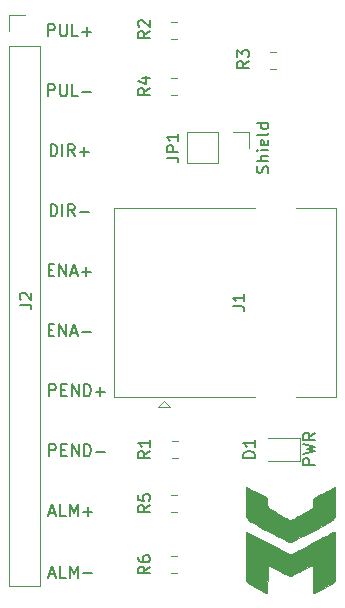
<source format=gto>
%TF.GenerationSoftware,KiCad,Pcbnew,(5.1.6)-1*%
%TF.CreationDate,2020-07-09T15:12:23-03:00*%
%TF.ProjectId,driver-breakout-module,64726976-6572-42d6-9272-65616b6f7574,rev?*%
%TF.SameCoordinates,Original*%
%TF.FileFunction,Legend,Top*%
%TF.FilePolarity,Positive*%
%FSLAX46Y46*%
G04 Gerber Fmt 4.6, Leading zero omitted, Abs format (unit mm)*
G04 Created by KiCad (PCBNEW (5.1.6)-1) date 2020-07-09 15:12:23*
%MOMM*%
%LPD*%
G01*
G04 APERTURE LIST*
%ADD10C,0.150000*%
%ADD11C,0.120000*%
%ADD12C,0.010000*%
G04 APERTURE END LIST*
D10*
X128722666Y-129325666D02*
X129198857Y-129325666D01*
X128627428Y-129611380D02*
X128960761Y-128611380D01*
X129294095Y-129611380D01*
X130103619Y-129611380D02*
X129627428Y-129611380D01*
X129627428Y-128611380D01*
X130436952Y-129611380D02*
X130436952Y-128611380D01*
X130770285Y-129325666D01*
X131103619Y-128611380D01*
X131103619Y-129611380D01*
X131579809Y-129230428D02*
X132341714Y-129230428D01*
X128722666Y-124118666D02*
X129198857Y-124118666D01*
X128627428Y-124404380D02*
X128960761Y-123404380D01*
X129294095Y-124404380D01*
X130103619Y-124404380D02*
X129627428Y-124404380D01*
X129627428Y-123404380D01*
X130436952Y-124404380D02*
X130436952Y-123404380D01*
X130770285Y-124118666D01*
X131103619Y-123404380D01*
X131103619Y-124404380D01*
X131579809Y-124023428D02*
X132341714Y-124023428D01*
X131960761Y-124404380D02*
X131960761Y-123642476D01*
X128706857Y-119324380D02*
X128706857Y-118324380D01*
X129087809Y-118324380D01*
X129183047Y-118372000D01*
X129230666Y-118419619D01*
X129278285Y-118514857D01*
X129278285Y-118657714D01*
X129230666Y-118752952D01*
X129183047Y-118800571D01*
X129087809Y-118848190D01*
X128706857Y-118848190D01*
X129706857Y-118800571D02*
X130040190Y-118800571D01*
X130183047Y-119324380D02*
X129706857Y-119324380D01*
X129706857Y-118324380D01*
X130183047Y-118324380D01*
X130611619Y-119324380D02*
X130611619Y-118324380D01*
X131183047Y-119324380D01*
X131183047Y-118324380D01*
X131659238Y-119324380D02*
X131659238Y-118324380D01*
X131897333Y-118324380D01*
X132040190Y-118372000D01*
X132135428Y-118467238D01*
X132183047Y-118562476D01*
X132230666Y-118752952D01*
X132230666Y-118895809D01*
X132183047Y-119086285D01*
X132135428Y-119181523D01*
X132040190Y-119276761D01*
X131897333Y-119324380D01*
X131659238Y-119324380D01*
X132659238Y-118943428D02*
X133421142Y-118943428D01*
X128706857Y-114244380D02*
X128706857Y-113244380D01*
X129087809Y-113244380D01*
X129183047Y-113292000D01*
X129230666Y-113339619D01*
X129278285Y-113434857D01*
X129278285Y-113577714D01*
X129230666Y-113672952D01*
X129183047Y-113720571D01*
X129087809Y-113768190D01*
X128706857Y-113768190D01*
X129706857Y-113720571D02*
X130040190Y-113720571D01*
X130183047Y-114244380D02*
X129706857Y-114244380D01*
X129706857Y-113244380D01*
X130183047Y-113244380D01*
X130611619Y-114244380D02*
X130611619Y-113244380D01*
X131183047Y-114244380D01*
X131183047Y-113244380D01*
X131659238Y-114244380D02*
X131659238Y-113244380D01*
X131897333Y-113244380D01*
X132040190Y-113292000D01*
X132135428Y-113387238D01*
X132183047Y-113482476D01*
X132230666Y-113672952D01*
X132230666Y-113815809D01*
X132183047Y-114006285D01*
X132135428Y-114101523D01*
X132040190Y-114196761D01*
X131897333Y-114244380D01*
X131659238Y-114244380D01*
X132659238Y-113863428D02*
X133421142Y-113863428D01*
X133040190Y-114244380D02*
X133040190Y-113482476D01*
X151201380Y-120078333D02*
X150201380Y-120078333D01*
X150201380Y-119697380D01*
X150249000Y-119602142D01*
X150296619Y-119554523D01*
X150391857Y-119506904D01*
X150534714Y-119506904D01*
X150629952Y-119554523D01*
X150677571Y-119602142D01*
X150725190Y-119697380D01*
X150725190Y-120078333D01*
X150201380Y-119173571D02*
X151201380Y-118935476D01*
X150487095Y-118745000D01*
X151201380Y-118554523D01*
X150201380Y-118316428D01*
X151201380Y-117364047D02*
X150725190Y-117697380D01*
X151201380Y-117935476D02*
X150201380Y-117935476D01*
X150201380Y-117554523D01*
X150249000Y-117459285D01*
X150296619Y-117411666D01*
X150391857Y-117364047D01*
X150534714Y-117364047D01*
X150629952Y-117411666D01*
X150677571Y-117459285D01*
X150725190Y-117554523D01*
X150725190Y-117935476D01*
X147216761Y-95337047D02*
X147264380Y-95194190D01*
X147264380Y-94956095D01*
X147216761Y-94860857D01*
X147169142Y-94813238D01*
X147073904Y-94765619D01*
X146978666Y-94765619D01*
X146883428Y-94813238D01*
X146835809Y-94860857D01*
X146788190Y-94956095D01*
X146740571Y-95146571D01*
X146692952Y-95241809D01*
X146645333Y-95289428D01*
X146550095Y-95337047D01*
X146454857Y-95337047D01*
X146359619Y-95289428D01*
X146312000Y-95241809D01*
X146264380Y-95146571D01*
X146264380Y-94908476D01*
X146312000Y-94765619D01*
X147264380Y-94337047D02*
X146264380Y-94337047D01*
X147264380Y-93908476D02*
X146740571Y-93908476D01*
X146645333Y-93956095D01*
X146597714Y-94051333D01*
X146597714Y-94194190D01*
X146645333Y-94289428D01*
X146692952Y-94337047D01*
X147264380Y-93432285D02*
X146597714Y-93432285D01*
X146264380Y-93432285D02*
X146312000Y-93479904D01*
X146359619Y-93432285D01*
X146312000Y-93384666D01*
X146264380Y-93432285D01*
X146359619Y-93432285D01*
X147216761Y-92575142D02*
X147264380Y-92670380D01*
X147264380Y-92860857D01*
X147216761Y-92956095D01*
X147121523Y-93003714D01*
X146740571Y-93003714D01*
X146645333Y-92956095D01*
X146597714Y-92860857D01*
X146597714Y-92670380D01*
X146645333Y-92575142D01*
X146740571Y-92527523D01*
X146835809Y-92527523D01*
X146931047Y-93003714D01*
X147264380Y-91956095D02*
X147216761Y-92051333D01*
X147121523Y-92098952D01*
X146264380Y-92098952D01*
X147264380Y-91146571D02*
X146264380Y-91146571D01*
X147216761Y-91146571D02*
X147264380Y-91241809D01*
X147264380Y-91432285D01*
X147216761Y-91527523D01*
X147169142Y-91575142D01*
X147073904Y-91622761D01*
X146788190Y-91622761D01*
X146692952Y-91575142D01*
X146645333Y-91527523D01*
X146597714Y-91432285D01*
X146597714Y-91241809D01*
X146645333Y-91146571D01*
X128643285Y-108640571D02*
X128976619Y-108640571D01*
X129119476Y-109164380D02*
X128643285Y-109164380D01*
X128643285Y-108164380D01*
X129119476Y-108164380D01*
X129548047Y-109164380D02*
X129548047Y-108164380D01*
X130119476Y-109164380D01*
X130119476Y-108164380D01*
X130548047Y-108878666D02*
X131024238Y-108878666D01*
X130452809Y-109164380D02*
X130786142Y-108164380D01*
X131119476Y-109164380D01*
X131452809Y-108783428D02*
X132214714Y-108783428D01*
X128643285Y-103560571D02*
X128976619Y-103560571D01*
X129119476Y-104084380D02*
X128643285Y-104084380D01*
X128643285Y-103084380D01*
X129119476Y-103084380D01*
X129548047Y-104084380D02*
X129548047Y-103084380D01*
X130119476Y-104084380D01*
X130119476Y-103084380D01*
X130548047Y-103798666D02*
X131024238Y-103798666D01*
X130452809Y-104084380D02*
X130786142Y-103084380D01*
X131119476Y-104084380D01*
X131452809Y-103703428D02*
X132214714Y-103703428D01*
X131833761Y-104084380D02*
X131833761Y-103322476D01*
X128809952Y-99004380D02*
X128809952Y-98004380D01*
X129048047Y-98004380D01*
X129190904Y-98052000D01*
X129286142Y-98147238D01*
X129333761Y-98242476D01*
X129381380Y-98432952D01*
X129381380Y-98575809D01*
X129333761Y-98766285D01*
X129286142Y-98861523D01*
X129190904Y-98956761D01*
X129048047Y-99004380D01*
X128809952Y-99004380D01*
X129809952Y-99004380D02*
X129809952Y-98004380D01*
X130857571Y-99004380D02*
X130524238Y-98528190D01*
X130286142Y-99004380D02*
X130286142Y-98004380D01*
X130667095Y-98004380D01*
X130762333Y-98052000D01*
X130809952Y-98099619D01*
X130857571Y-98194857D01*
X130857571Y-98337714D01*
X130809952Y-98432952D01*
X130762333Y-98480571D01*
X130667095Y-98528190D01*
X130286142Y-98528190D01*
X131286142Y-98623428D02*
X132048047Y-98623428D01*
X128809952Y-93924380D02*
X128809952Y-92924380D01*
X129048047Y-92924380D01*
X129190904Y-92972000D01*
X129286142Y-93067238D01*
X129333761Y-93162476D01*
X129381380Y-93352952D01*
X129381380Y-93495809D01*
X129333761Y-93686285D01*
X129286142Y-93781523D01*
X129190904Y-93876761D01*
X129048047Y-93924380D01*
X128809952Y-93924380D01*
X129809952Y-93924380D02*
X129809952Y-92924380D01*
X130857571Y-93924380D02*
X130524238Y-93448190D01*
X130286142Y-93924380D02*
X130286142Y-92924380D01*
X130667095Y-92924380D01*
X130762333Y-92972000D01*
X130809952Y-93019619D01*
X130857571Y-93114857D01*
X130857571Y-93257714D01*
X130809952Y-93352952D01*
X130762333Y-93400571D01*
X130667095Y-93448190D01*
X130286142Y-93448190D01*
X131286142Y-93543428D02*
X132048047Y-93543428D01*
X131667095Y-93924380D02*
X131667095Y-93162476D01*
X128619476Y-88844380D02*
X128619476Y-87844380D01*
X129000428Y-87844380D01*
X129095666Y-87892000D01*
X129143285Y-87939619D01*
X129190904Y-88034857D01*
X129190904Y-88177714D01*
X129143285Y-88272952D01*
X129095666Y-88320571D01*
X129000428Y-88368190D01*
X128619476Y-88368190D01*
X129619476Y-87844380D02*
X129619476Y-88653904D01*
X129667095Y-88749142D01*
X129714714Y-88796761D01*
X129809952Y-88844380D01*
X130000428Y-88844380D01*
X130095666Y-88796761D01*
X130143285Y-88749142D01*
X130190904Y-88653904D01*
X130190904Y-87844380D01*
X131143285Y-88844380D02*
X130667095Y-88844380D01*
X130667095Y-87844380D01*
X131476619Y-88463428D02*
X132238523Y-88463428D01*
X128619476Y-83764380D02*
X128619476Y-82764380D01*
X129000428Y-82764380D01*
X129095666Y-82812000D01*
X129143285Y-82859619D01*
X129190904Y-82954857D01*
X129190904Y-83097714D01*
X129143285Y-83192952D01*
X129095666Y-83240571D01*
X129000428Y-83288190D01*
X128619476Y-83288190D01*
X129619476Y-82764380D02*
X129619476Y-83573904D01*
X129667095Y-83669142D01*
X129714714Y-83716761D01*
X129809952Y-83764380D01*
X130000428Y-83764380D01*
X130095666Y-83716761D01*
X130143285Y-83669142D01*
X130190904Y-83573904D01*
X130190904Y-82764380D01*
X131143285Y-83764380D02*
X130667095Y-83764380D01*
X130667095Y-82764380D01*
X131476619Y-83383428D02*
X132238523Y-83383428D01*
X131857571Y-83764380D02*
X131857571Y-83002476D01*
D11*
%TO.C,R1*%
X139577578Y-118035000D02*
X139060422Y-118035000D01*
X139577578Y-119455000D02*
X139060422Y-119455000D01*
%TO.C,D1*%
X149894000Y-117785000D02*
X147209000Y-117785000D01*
X149894000Y-119705000D02*
X149894000Y-117785000D01*
X147209000Y-119705000D02*
X149894000Y-119705000D01*
%TO.C,J1*%
X134150000Y-98289000D02*
X146080000Y-98289000D01*
X134150000Y-98289000D02*
X134150000Y-114309000D01*
X134150000Y-114309000D02*
X146080000Y-114309000D01*
X153020000Y-98289000D02*
X153020000Y-114309000D01*
X149580000Y-98289000D02*
X153020000Y-98289000D01*
X138430000Y-114677000D02*
X137922000Y-115185000D01*
X137922000Y-115185000D02*
X138938000Y-115185000D01*
X138938000Y-115185000D02*
X138430000Y-114677000D01*
X149580000Y-114309000D02*
X153020000Y-114309000D01*
%TO.C,JP1*%
X145602000Y-91888000D02*
X145602000Y-93218000D01*
X144272000Y-91888000D02*
X145602000Y-91888000D01*
X143002000Y-91888000D02*
X143002000Y-94548000D01*
X143002000Y-94548000D02*
X140402000Y-94548000D01*
X143002000Y-91888000D02*
X140402000Y-91888000D01*
X140402000Y-91888000D02*
X140402000Y-94548000D01*
%TO.C,J2*%
X125289000Y-81982000D02*
X126619000Y-81982000D01*
X125289000Y-83312000D02*
X125289000Y-81982000D01*
X125289000Y-84582000D02*
X127949000Y-84582000D01*
X127949000Y-84582000D02*
X127949000Y-130302000D01*
X125289000Y-84582000D02*
X125289000Y-130302000D01*
X125289000Y-130302000D02*
X127949000Y-130302000D01*
D12*
%TO.C,G\u002A\u002A\u002A*%
G36*
X152869341Y-125727123D02*
G01*
X152878872Y-125750357D01*
X152886699Y-125795253D01*
X152892988Y-125867209D01*
X152897907Y-125971627D01*
X152901623Y-126113908D01*
X152904301Y-126299453D01*
X152906110Y-126533661D01*
X152907216Y-126821934D01*
X152907785Y-127169673D01*
X152907986Y-127582278D01*
X152908000Y-127779399D01*
X152908000Y-129867637D01*
X152790071Y-129992424D01*
X152713788Y-130054318D01*
X152577658Y-130143670D01*
X152387489Y-130257017D01*
X152149086Y-130390893D01*
X151878970Y-130536177D01*
X151660155Y-130651479D01*
X151463360Y-130754641D01*
X151297414Y-130841081D01*
X151171144Y-130906213D01*
X151093380Y-130945454D01*
X151072115Y-130955143D01*
X151068520Y-130920283D01*
X151064689Y-130821408D01*
X151060793Y-130667070D01*
X151057002Y-130465825D01*
X151053486Y-130226226D01*
X151050414Y-129956828D01*
X151048860Y-129784928D01*
X151039285Y-128614714D01*
X150956733Y-128603000D01*
X150896839Y-128616186D01*
X150778886Y-128662403D01*
X150608149Y-128739251D01*
X150389905Y-128844327D01*
X150129427Y-128975230D01*
X150052894Y-129014509D01*
X149826412Y-129131419D01*
X149619278Y-129238721D01*
X149440879Y-129331522D01*
X149300602Y-129404929D01*
X149207834Y-129454048D01*
X149173875Y-129472724D01*
X149130504Y-129478607D01*
X149054408Y-129457726D01*
X148936924Y-129406652D01*
X148769392Y-129321950D01*
X148698857Y-129284543D01*
X148345083Y-129097429D01*
X148035177Y-128937828D01*
X147772519Y-128807352D01*
X147560487Y-128707611D01*
X147402460Y-128640219D01*
X147301816Y-128606784D01*
X147271061Y-128603588D01*
X147249580Y-128607991D01*
X147232386Y-128619379D01*
X147218925Y-128645199D01*
X147208646Y-128692901D01*
X147200997Y-128769931D01*
X147195424Y-128883737D01*
X147191375Y-129041769D01*
X147188297Y-129251474D01*
X147185638Y-129520299D01*
X147183426Y-129784928D01*
X147180315Y-130067897D01*
X147175945Y-130326032D01*
X147170581Y-130550811D01*
X147164489Y-130733708D01*
X147157934Y-130866200D01*
X147151179Y-130939762D01*
X147147140Y-130952066D01*
X147109058Y-130934749D01*
X147016059Y-130887676D01*
X146877107Y-130815529D01*
X146701163Y-130722988D01*
X146497193Y-130614735D01*
X146326086Y-130523301D01*
X146060676Y-130378469D01*
X145831943Y-130248403D01*
X145646745Y-130137241D01*
X145511942Y-130049121D01*
X145434392Y-129988180D01*
X145428014Y-129981519D01*
X145324286Y-129865426D01*
X145324286Y-127778294D01*
X145324379Y-127336494D01*
X145324771Y-126961864D01*
X145325628Y-126649001D01*
X145327118Y-126392503D01*
X145329406Y-126186968D01*
X145332661Y-126026993D01*
X145337050Y-125907178D01*
X145342738Y-125822119D01*
X145349894Y-125766414D01*
X145358684Y-125734663D01*
X145369275Y-125721461D01*
X145381835Y-125721408D01*
X145387786Y-125724032D01*
X145430943Y-125746653D01*
X145532319Y-125799937D01*
X145685922Y-125880731D01*
X145885761Y-125985882D01*
X146125843Y-126112237D01*
X146400176Y-126256641D01*
X146702770Y-126415942D01*
X147027632Y-126586986D01*
X147263280Y-126711070D01*
X147599061Y-126887516D01*
X147916085Y-127053387D01*
X148208466Y-127205652D01*
X148470320Y-127341282D01*
X148695760Y-127457245D01*
X148878902Y-127550511D01*
X149013860Y-127618048D01*
X149094749Y-127656826D01*
X149116143Y-127665238D01*
X149154973Y-127648770D01*
X149252061Y-127601386D01*
X149401521Y-127526117D01*
X149597467Y-127425994D01*
X149834013Y-127304048D01*
X150105276Y-127163309D01*
X150405369Y-127006808D01*
X150728406Y-126837576D01*
X150969005Y-126711070D01*
X151305810Y-126533724D01*
X151624511Y-126365930D01*
X151919114Y-126210841D01*
X152183629Y-126071612D01*
X152412063Y-125951394D01*
X152598425Y-125853343D01*
X152736723Y-125780611D01*
X152820965Y-125736352D01*
X152844500Y-125724032D01*
X152857940Y-125720148D01*
X152869341Y-125727123D01*
G37*
X152869341Y-125727123D02*
X152878872Y-125750357D01*
X152886699Y-125795253D01*
X152892988Y-125867209D01*
X152897907Y-125971627D01*
X152901623Y-126113908D01*
X152904301Y-126299453D01*
X152906110Y-126533661D01*
X152907216Y-126821934D01*
X152907785Y-127169673D01*
X152907986Y-127582278D01*
X152908000Y-127779399D01*
X152908000Y-129867637D01*
X152790071Y-129992424D01*
X152713788Y-130054318D01*
X152577658Y-130143670D01*
X152387489Y-130257017D01*
X152149086Y-130390893D01*
X151878970Y-130536177D01*
X151660155Y-130651479D01*
X151463360Y-130754641D01*
X151297414Y-130841081D01*
X151171144Y-130906213D01*
X151093380Y-130945454D01*
X151072115Y-130955143D01*
X151068520Y-130920283D01*
X151064689Y-130821408D01*
X151060793Y-130667070D01*
X151057002Y-130465825D01*
X151053486Y-130226226D01*
X151050414Y-129956828D01*
X151048860Y-129784928D01*
X151039285Y-128614714D01*
X150956733Y-128603000D01*
X150896839Y-128616186D01*
X150778886Y-128662403D01*
X150608149Y-128739251D01*
X150389905Y-128844327D01*
X150129427Y-128975230D01*
X150052894Y-129014509D01*
X149826412Y-129131419D01*
X149619278Y-129238721D01*
X149440879Y-129331522D01*
X149300602Y-129404929D01*
X149207834Y-129454048D01*
X149173875Y-129472724D01*
X149130504Y-129478607D01*
X149054408Y-129457726D01*
X148936924Y-129406652D01*
X148769392Y-129321950D01*
X148698857Y-129284543D01*
X148345083Y-129097429D01*
X148035177Y-128937828D01*
X147772519Y-128807352D01*
X147560487Y-128707611D01*
X147402460Y-128640219D01*
X147301816Y-128606784D01*
X147271061Y-128603588D01*
X147249580Y-128607991D01*
X147232386Y-128619379D01*
X147218925Y-128645199D01*
X147208646Y-128692901D01*
X147200997Y-128769931D01*
X147195424Y-128883737D01*
X147191375Y-129041769D01*
X147188297Y-129251474D01*
X147185638Y-129520299D01*
X147183426Y-129784928D01*
X147180315Y-130067897D01*
X147175945Y-130326032D01*
X147170581Y-130550811D01*
X147164489Y-130733708D01*
X147157934Y-130866200D01*
X147151179Y-130939762D01*
X147147140Y-130952066D01*
X147109058Y-130934749D01*
X147016059Y-130887676D01*
X146877107Y-130815529D01*
X146701163Y-130722988D01*
X146497193Y-130614735D01*
X146326086Y-130523301D01*
X146060676Y-130378469D01*
X145831943Y-130248403D01*
X145646745Y-130137241D01*
X145511942Y-130049121D01*
X145434392Y-129988180D01*
X145428014Y-129981519D01*
X145324286Y-129865426D01*
X145324286Y-127778294D01*
X145324379Y-127336494D01*
X145324771Y-126961864D01*
X145325628Y-126649001D01*
X145327118Y-126392503D01*
X145329406Y-126186968D01*
X145332661Y-126026993D01*
X145337050Y-125907178D01*
X145342738Y-125822119D01*
X145349894Y-125766414D01*
X145358684Y-125734663D01*
X145369275Y-125721461D01*
X145381835Y-125721408D01*
X145387786Y-125724032D01*
X145430943Y-125746653D01*
X145532319Y-125799937D01*
X145685922Y-125880731D01*
X145885761Y-125985882D01*
X146125843Y-126112237D01*
X146400176Y-126256641D01*
X146702770Y-126415942D01*
X147027632Y-126586986D01*
X147263280Y-126711070D01*
X147599061Y-126887516D01*
X147916085Y-127053387D01*
X148208466Y-127205652D01*
X148470320Y-127341282D01*
X148695760Y-127457245D01*
X148878902Y-127550511D01*
X149013860Y-127618048D01*
X149094749Y-127656826D01*
X149116143Y-127665238D01*
X149154973Y-127648770D01*
X149252061Y-127601386D01*
X149401521Y-127526117D01*
X149597467Y-127425994D01*
X149834013Y-127304048D01*
X150105276Y-127163309D01*
X150405369Y-127006808D01*
X150728406Y-126837576D01*
X150969005Y-126711070D01*
X151305810Y-126533724D01*
X151624511Y-126365930D01*
X151919114Y-126210841D01*
X152183629Y-126071612D01*
X152412063Y-125951394D01*
X152598425Y-125853343D01*
X152736723Y-125780611D01*
X152820965Y-125736352D01*
X152844500Y-125724032D01*
X152857940Y-125720148D01*
X152869341Y-125727123D01*
G36*
X152908000Y-124499395D02*
G01*
X152743284Y-124675489D01*
X152700272Y-124718018D01*
X152647154Y-124762590D01*
X152578404Y-124812334D01*
X152488496Y-124870381D01*
X152371904Y-124939860D01*
X152223101Y-125023900D01*
X152036562Y-125125632D01*
X151806761Y-125248185D01*
X151528171Y-125394689D01*
X151195267Y-125568273D01*
X150855986Y-125744363D01*
X150528691Y-125913702D01*
X150220762Y-126072459D01*
X149938211Y-126217571D01*
X149687052Y-126345978D01*
X149473300Y-126454617D01*
X149302967Y-126540428D01*
X149182067Y-126600347D01*
X149116614Y-126631315D01*
X149106630Y-126634995D01*
X149070227Y-126618323D01*
X148975508Y-126571213D01*
X148828516Y-126496762D01*
X148635294Y-126398069D01*
X148401883Y-126278233D01*
X148134325Y-126140351D01*
X147838664Y-125987522D01*
X147520940Y-125822844D01*
X147374428Y-125746765D01*
X146990739Y-125547061D01*
X146666130Y-125377172D01*
X146395037Y-125233938D01*
X146171891Y-125114202D01*
X145991126Y-125014804D01*
X145847175Y-124932585D01*
X145734473Y-124864386D01*
X145647451Y-124807049D01*
X145580544Y-124757414D01*
X145528185Y-124712322D01*
X145496643Y-124681182D01*
X145324286Y-124501681D01*
X145324286Y-121961019D01*
X145696214Y-122135203D01*
X145983921Y-122271729D01*
X146256105Y-122404283D01*
X146504567Y-122528616D01*
X146721107Y-122640482D01*
X146897525Y-122735631D01*
X147025622Y-122809816D01*
X147097197Y-122858787D01*
X147102806Y-122863949D01*
X147137497Y-122908628D01*
X147159083Y-122969365D01*
X147170477Y-123062854D01*
X147174594Y-123205790D01*
X147174857Y-123276694D01*
X147177693Y-123449363D01*
X147187829Y-123565536D01*
X147207707Y-123641124D01*
X147238357Y-123690432D01*
X147283256Y-123724187D01*
X147380818Y-123786543D01*
X147521213Y-123871901D01*
X147694609Y-123974659D01*
X147891174Y-124089218D01*
X148101076Y-124209977D01*
X148314485Y-124331336D01*
X148521567Y-124447695D01*
X148712493Y-124553453D01*
X148877430Y-124643010D01*
X149006546Y-124710765D01*
X149090011Y-124751119D01*
X149116143Y-124760065D01*
X149161314Y-124742514D01*
X149259103Y-124693593D01*
X149399678Y-124618903D01*
X149573207Y-124524045D01*
X149769858Y-124414618D01*
X149979800Y-124296223D01*
X150193202Y-124174461D01*
X150400231Y-124054931D01*
X150591057Y-123943234D01*
X150755847Y-123844970D01*
X150884770Y-123765740D01*
X150967995Y-123711143D01*
X150993928Y-123690432D01*
X151025503Y-123638896D01*
X151044983Y-123562108D01*
X151054809Y-123444154D01*
X151057428Y-123276694D01*
X151059541Y-123110543D01*
X151067820Y-123000195D01*
X151085182Y-122928955D01*
X151114540Y-122880130D01*
X151129479Y-122863949D01*
X151191353Y-122819359D01*
X151311047Y-122748884D01*
X151480360Y-122656771D01*
X151691093Y-122547269D01*
X151935047Y-122424627D01*
X152204022Y-122293091D01*
X152489817Y-122156911D01*
X152536071Y-122135203D01*
X152908000Y-121961019D01*
X152908000Y-124499395D01*
G37*
X152908000Y-124499395D02*
X152743284Y-124675489D01*
X152700272Y-124718018D01*
X152647154Y-124762590D01*
X152578404Y-124812334D01*
X152488496Y-124870381D01*
X152371904Y-124939860D01*
X152223101Y-125023900D01*
X152036562Y-125125632D01*
X151806761Y-125248185D01*
X151528171Y-125394689D01*
X151195267Y-125568273D01*
X150855986Y-125744363D01*
X150528691Y-125913702D01*
X150220762Y-126072459D01*
X149938211Y-126217571D01*
X149687052Y-126345978D01*
X149473300Y-126454617D01*
X149302967Y-126540428D01*
X149182067Y-126600347D01*
X149116614Y-126631315D01*
X149106630Y-126634995D01*
X149070227Y-126618323D01*
X148975508Y-126571213D01*
X148828516Y-126496762D01*
X148635294Y-126398069D01*
X148401883Y-126278233D01*
X148134325Y-126140351D01*
X147838664Y-125987522D01*
X147520940Y-125822844D01*
X147374428Y-125746765D01*
X146990739Y-125547061D01*
X146666130Y-125377172D01*
X146395037Y-125233938D01*
X146171891Y-125114202D01*
X145991126Y-125014804D01*
X145847175Y-124932585D01*
X145734473Y-124864386D01*
X145647451Y-124807049D01*
X145580544Y-124757414D01*
X145528185Y-124712322D01*
X145496643Y-124681182D01*
X145324286Y-124501681D01*
X145324286Y-121961019D01*
X145696214Y-122135203D01*
X145983921Y-122271729D01*
X146256105Y-122404283D01*
X146504567Y-122528616D01*
X146721107Y-122640482D01*
X146897525Y-122735631D01*
X147025622Y-122809816D01*
X147097197Y-122858787D01*
X147102806Y-122863949D01*
X147137497Y-122908628D01*
X147159083Y-122969365D01*
X147170477Y-123062854D01*
X147174594Y-123205790D01*
X147174857Y-123276694D01*
X147177693Y-123449363D01*
X147187829Y-123565536D01*
X147207707Y-123641124D01*
X147238357Y-123690432D01*
X147283256Y-123724187D01*
X147380818Y-123786543D01*
X147521213Y-123871901D01*
X147694609Y-123974659D01*
X147891174Y-124089218D01*
X148101076Y-124209977D01*
X148314485Y-124331336D01*
X148521567Y-124447695D01*
X148712493Y-124553453D01*
X148877430Y-124643010D01*
X149006546Y-124710765D01*
X149090011Y-124751119D01*
X149116143Y-124760065D01*
X149161314Y-124742514D01*
X149259103Y-124693593D01*
X149399678Y-124618903D01*
X149573207Y-124524045D01*
X149769858Y-124414618D01*
X149979800Y-124296223D01*
X150193202Y-124174461D01*
X150400231Y-124054931D01*
X150591057Y-123943234D01*
X150755847Y-123844970D01*
X150884770Y-123765740D01*
X150967995Y-123711143D01*
X150993928Y-123690432D01*
X151025503Y-123638896D01*
X151044983Y-123562108D01*
X151054809Y-123444154D01*
X151057428Y-123276694D01*
X151059541Y-123110543D01*
X151067820Y-123000195D01*
X151085182Y-122928955D01*
X151114540Y-122880130D01*
X151129479Y-122863949D01*
X151191353Y-122819359D01*
X151311047Y-122748884D01*
X151480360Y-122656771D01*
X151691093Y-122547269D01*
X151935047Y-122424627D01*
X152204022Y-122293091D01*
X152489817Y-122156911D01*
X152536071Y-122135203D01*
X152908000Y-121961019D01*
X152908000Y-124499395D01*
D11*
%TO.C,R2*%
X138981422Y-82602000D02*
X139498578Y-82602000D01*
X138981422Y-84022000D02*
X139498578Y-84022000D01*
%TO.C,R3*%
X147363422Y-86562000D02*
X147880578Y-86562000D01*
X147363422Y-85142000D02*
X147880578Y-85142000D01*
%TO.C,R4*%
X138981422Y-87301000D02*
X139498578Y-87301000D01*
X138981422Y-88721000D02*
X139498578Y-88721000D01*
%TO.C,R5*%
X139011422Y-122607000D02*
X139528578Y-122607000D01*
X139011422Y-124027000D02*
X139528578Y-124027000D01*
%TO.C,R6*%
X139011422Y-129234000D02*
X139528578Y-129234000D01*
X139011422Y-127814000D02*
X139528578Y-127814000D01*
%TO.C,R1*%
D10*
X137231380Y-118911666D02*
X136755190Y-119245000D01*
X137231380Y-119483095D02*
X136231380Y-119483095D01*
X136231380Y-119102142D01*
X136279000Y-119006904D01*
X136326619Y-118959285D01*
X136421857Y-118911666D01*
X136564714Y-118911666D01*
X136659952Y-118959285D01*
X136707571Y-119006904D01*
X136755190Y-119102142D01*
X136755190Y-119483095D01*
X137231380Y-117959285D02*
X137231380Y-118530714D01*
X137231380Y-118245000D02*
X136231380Y-118245000D01*
X136374238Y-118340238D01*
X136469476Y-118435476D01*
X136517095Y-118530714D01*
%TO.C,D1*%
X146121380Y-119483095D02*
X145121380Y-119483095D01*
X145121380Y-119245000D01*
X145169000Y-119102142D01*
X145264238Y-119006904D01*
X145359476Y-118959285D01*
X145549952Y-118911666D01*
X145692809Y-118911666D01*
X145883285Y-118959285D01*
X145978523Y-119006904D01*
X146073761Y-119102142D01*
X146121380Y-119245000D01*
X146121380Y-119483095D01*
X146121380Y-117959285D02*
X146121380Y-118530714D01*
X146121380Y-118245000D02*
X145121380Y-118245000D01*
X145264238Y-118340238D01*
X145359476Y-118435476D01*
X145407095Y-118530714D01*
%TO.C,J1*%
X144232380Y-106632333D02*
X144946666Y-106632333D01*
X145089523Y-106679952D01*
X145184761Y-106775190D01*
X145232380Y-106918047D01*
X145232380Y-107013285D01*
X145232380Y-105632333D02*
X145232380Y-106203761D01*
X145232380Y-105918047D02*
X144232380Y-105918047D01*
X144375238Y-106013285D01*
X144470476Y-106108523D01*
X144518095Y-106203761D01*
%TO.C,JP1*%
X138644380Y-94051333D02*
X139358666Y-94051333D01*
X139501523Y-94098952D01*
X139596761Y-94194190D01*
X139644380Y-94337047D01*
X139644380Y-94432285D01*
X139644380Y-93575142D02*
X138644380Y-93575142D01*
X138644380Y-93194190D01*
X138692000Y-93098952D01*
X138739619Y-93051333D01*
X138834857Y-93003714D01*
X138977714Y-93003714D01*
X139072952Y-93051333D01*
X139120571Y-93098952D01*
X139168190Y-93194190D01*
X139168190Y-93575142D01*
X139644380Y-92051333D02*
X139644380Y-92622761D01*
X139644380Y-92337047D02*
X138644380Y-92337047D01*
X138787238Y-92432285D01*
X138882476Y-92527523D01*
X138930095Y-92622761D01*
%TO.C,J2*%
X126198380Y-106505333D02*
X126912666Y-106505333D01*
X127055523Y-106552952D01*
X127150761Y-106648190D01*
X127198380Y-106791047D01*
X127198380Y-106886285D01*
X126293619Y-106076761D02*
X126246000Y-106029142D01*
X126198380Y-105933904D01*
X126198380Y-105695809D01*
X126246000Y-105600571D01*
X126293619Y-105552952D01*
X126388857Y-105505333D01*
X126484095Y-105505333D01*
X126626952Y-105552952D01*
X127198380Y-106124380D01*
X127198380Y-105505333D01*
%TO.C,R2*%
X137230880Y-83351666D02*
X136754690Y-83685000D01*
X137230880Y-83923095D02*
X136230880Y-83923095D01*
X136230880Y-83542142D01*
X136278500Y-83446904D01*
X136326119Y-83399285D01*
X136421357Y-83351666D01*
X136564214Y-83351666D01*
X136659452Y-83399285D01*
X136707071Y-83446904D01*
X136754690Y-83542142D01*
X136754690Y-83923095D01*
X136326119Y-82970714D02*
X136278500Y-82923095D01*
X136230880Y-82827857D01*
X136230880Y-82589761D01*
X136278500Y-82494523D01*
X136326119Y-82446904D01*
X136421357Y-82399285D01*
X136516595Y-82399285D01*
X136659452Y-82446904D01*
X137230880Y-83018333D01*
X137230880Y-82399285D01*
%TO.C,R3*%
X145612880Y-85891666D02*
X145136690Y-86225000D01*
X145612880Y-86463095D02*
X144612880Y-86463095D01*
X144612880Y-86082142D01*
X144660500Y-85986904D01*
X144708119Y-85939285D01*
X144803357Y-85891666D01*
X144946214Y-85891666D01*
X145041452Y-85939285D01*
X145089071Y-85986904D01*
X145136690Y-86082142D01*
X145136690Y-86463095D01*
X144612880Y-85558333D02*
X144612880Y-84939285D01*
X144993833Y-85272619D01*
X144993833Y-85129761D01*
X145041452Y-85034523D01*
X145089071Y-84986904D01*
X145184309Y-84939285D01*
X145422404Y-84939285D01*
X145517642Y-84986904D01*
X145565261Y-85034523D01*
X145612880Y-85129761D01*
X145612880Y-85415476D01*
X145565261Y-85510714D01*
X145517642Y-85558333D01*
%TO.C,R4*%
X137230880Y-88177666D02*
X136754690Y-88511000D01*
X137230880Y-88749095D02*
X136230880Y-88749095D01*
X136230880Y-88368142D01*
X136278500Y-88272904D01*
X136326119Y-88225285D01*
X136421357Y-88177666D01*
X136564214Y-88177666D01*
X136659452Y-88225285D01*
X136707071Y-88272904D01*
X136754690Y-88368142D01*
X136754690Y-88749095D01*
X136564214Y-87320523D02*
X137230880Y-87320523D01*
X136183261Y-87558619D02*
X136897547Y-87796714D01*
X136897547Y-87177666D01*
%TO.C,R5*%
X137230880Y-123483666D02*
X136754690Y-123817000D01*
X137230880Y-124055095D02*
X136230880Y-124055095D01*
X136230880Y-123674142D01*
X136278500Y-123578904D01*
X136326119Y-123531285D01*
X136421357Y-123483666D01*
X136564214Y-123483666D01*
X136659452Y-123531285D01*
X136707071Y-123578904D01*
X136754690Y-123674142D01*
X136754690Y-124055095D01*
X136230880Y-122578904D02*
X136230880Y-123055095D01*
X136707071Y-123102714D01*
X136659452Y-123055095D01*
X136611833Y-122959857D01*
X136611833Y-122721761D01*
X136659452Y-122626523D01*
X136707071Y-122578904D01*
X136802309Y-122531285D01*
X137040404Y-122531285D01*
X137135642Y-122578904D01*
X137183261Y-122626523D01*
X137230880Y-122721761D01*
X137230880Y-122959857D01*
X137183261Y-123055095D01*
X137135642Y-123102714D01*
%TO.C,R6*%
X137230880Y-128690666D02*
X136754690Y-129024000D01*
X137230880Y-129262095D02*
X136230880Y-129262095D01*
X136230880Y-128881142D01*
X136278500Y-128785904D01*
X136326119Y-128738285D01*
X136421357Y-128690666D01*
X136564214Y-128690666D01*
X136659452Y-128738285D01*
X136707071Y-128785904D01*
X136754690Y-128881142D01*
X136754690Y-129262095D01*
X136230880Y-127833523D02*
X136230880Y-128024000D01*
X136278500Y-128119238D01*
X136326119Y-128166857D01*
X136468976Y-128262095D01*
X136659452Y-128309714D01*
X137040404Y-128309714D01*
X137135642Y-128262095D01*
X137183261Y-128214476D01*
X137230880Y-128119238D01*
X137230880Y-127928761D01*
X137183261Y-127833523D01*
X137135642Y-127785904D01*
X137040404Y-127738285D01*
X136802309Y-127738285D01*
X136707071Y-127785904D01*
X136659452Y-127833523D01*
X136611833Y-127928761D01*
X136611833Y-128119238D01*
X136659452Y-128214476D01*
X136707071Y-128262095D01*
X136802309Y-128309714D01*
%TD*%
M02*

</source>
